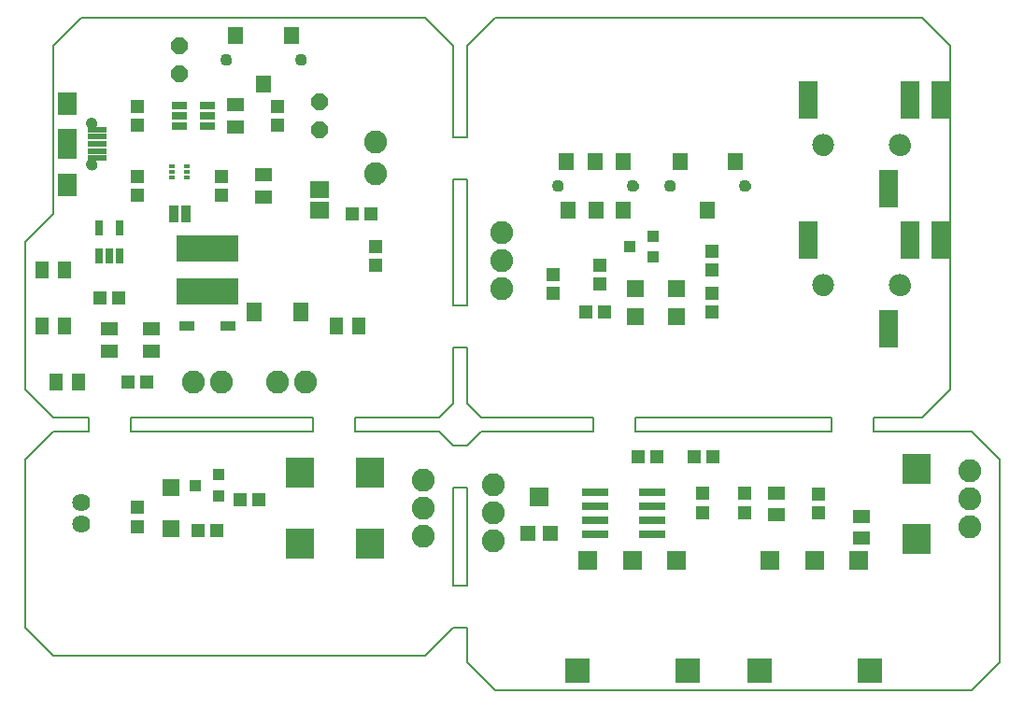
<source format=gts>
G75*
%MOIN*%
%OFA0B0*%
%FSLAX25Y25*%
%IPPOS*%
%LPD*%
%AMOC8*
5,1,8,0,0,1.08239X$1,22.5*
%
%ADD10C,0.00600*%
%ADD11C,0.08200*%
%ADD12R,0.10249X0.11036*%
%ADD13R,0.06312X0.05131*%
%ADD14R,0.06312X0.06312*%
%ADD15R,0.05524X0.03556*%
%ADD16R,0.09461X0.03162*%
%ADD17OC8,0.06000*%
%ADD18C,0.06400*%
%ADD19R,0.05524X0.06312*%
%ADD20C,0.00000*%
%ADD21C,0.04343*%
%ADD22R,0.04343X0.03950*%
%ADD23R,0.05131X0.04737*%
%ADD24R,0.04737X0.05131*%
%ADD25R,0.06706X0.05918*%
%ADD26R,0.06706X0.07099*%
%ADD27R,0.05524X0.05524*%
%ADD28R,0.06800X0.13300*%
%ADD29C,0.07800*%
%ADD30R,0.06737X0.06737*%
%ADD31R,0.09068X0.09068*%
%ADD32R,0.05800X0.06587*%
%ADD33R,0.22454X0.09265*%
%ADD34R,0.06509X0.02375*%
%ADD35C,0.04146*%
%ADD36R,0.06693X0.07874*%
%ADD37R,0.06693X0.10630*%
%ADD38R,0.05524X0.02965*%
%ADD39R,0.03556X0.01981*%
%ADD40R,0.01969X0.01378*%
%ADD41R,0.05131X0.06312*%
%ADD42R,0.02965X0.05524*%
D10*
X0018800Y0024459D02*
X0008800Y0034459D01*
X0008800Y0094459D01*
X0018800Y0104459D01*
X0031300Y0104459D01*
X0031300Y0109459D01*
X0018800Y0109459D01*
X0008800Y0119459D01*
X0008800Y0171959D01*
X0018800Y0181959D01*
X0018800Y0241959D01*
X0028800Y0251959D01*
X0151300Y0251959D01*
X0161300Y0241959D01*
X0161300Y0209459D01*
X0166300Y0209459D01*
X0166300Y0241959D01*
X0176300Y0251959D01*
X0328800Y0251959D01*
X0338800Y0241959D01*
X0338800Y0119459D01*
X0328800Y0109459D01*
X0311300Y0109459D01*
X0311300Y0104459D01*
X0346300Y0104459D01*
X0356300Y0094459D01*
X0356300Y0021959D01*
X0346300Y0011959D01*
X0176300Y0011959D01*
X0166300Y0021959D01*
X0166300Y0034459D01*
X0161300Y0034459D01*
X0151300Y0024459D01*
X0018800Y0024459D01*
X0046300Y0104459D02*
X0111300Y0104459D01*
X0111300Y0109459D01*
X0046300Y0109459D01*
X0046300Y0104459D01*
X0126300Y0104459D02*
X0156300Y0104459D01*
X0161300Y0099459D01*
X0166300Y0099459D01*
X0171300Y0104459D01*
X0211300Y0104459D01*
X0211300Y0109459D01*
X0171300Y0109459D01*
X0166300Y0114459D01*
X0166300Y0134459D01*
X0161300Y0134459D01*
X0161300Y0114459D01*
X0156300Y0109459D01*
X0126300Y0109459D01*
X0126300Y0104459D01*
X0161300Y0084459D02*
X0161300Y0049459D01*
X0166300Y0049459D01*
X0166300Y0084459D01*
X0161300Y0084459D01*
X0226300Y0104459D02*
X0296300Y0104459D01*
X0296300Y0109459D01*
X0226300Y0109459D01*
X0226300Y0104459D01*
X0166300Y0149459D02*
X0161300Y0149459D01*
X0161300Y0194459D01*
X0166300Y0194459D01*
X0166300Y0149459D01*
D11*
X0178800Y0155384D03*
X0178800Y0165384D03*
X0178800Y0175384D03*
X0133800Y0196259D03*
X0133800Y0207659D03*
X0108800Y0121959D03*
X0098800Y0121959D03*
X0078800Y0121959D03*
X0068800Y0121959D03*
X0150650Y0086959D03*
X0150650Y0076959D03*
X0150650Y0066959D03*
X0175650Y0065384D03*
X0175650Y0075384D03*
X0175650Y0085384D03*
X0345650Y0090384D03*
X0345650Y0080384D03*
X0345650Y0070384D03*
D12*
X0326950Y0065935D03*
X0326950Y0091132D03*
X0131950Y0089557D03*
X0106950Y0089557D03*
X0106950Y0064360D03*
X0131950Y0064360D03*
D13*
X0053800Y0133022D03*
X0053800Y0140896D03*
X0038800Y0140896D03*
X0038800Y0133022D03*
X0093800Y0188022D03*
X0093800Y0195896D03*
X0083800Y0213022D03*
X0083800Y0220896D03*
X0276950Y0082470D03*
X0276950Y0074596D03*
X0307225Y0074045D03*
X0307225Y0066171D03*
D14*
X0241280Y0145384D03*
X0241280Y0155384D03*
X0226320Y0155384D03*
X0226320Y0145384D03*
X0060650Y0084439D03*
X0060650Y0069478D03*
D15*
X0066517Y0141959D03*
X0081083Y0141959D03*
D16*
X0211989Y0082608D03*
X0211989Y0077608D03*
X0211989Y0072608D03*
X0211989Y0067608D03*
X0232461Y0067608D03*
X0232461Y0072608D03*
X0232461Y0077608D03*
X0232461Y0082608D03*
D17*
X0113800Y0211959D03*
X0113800Y0221959D03*
X0063800Y0231959D03*
X0063800Y0241959D03*
D18*
X0028800Y0079045D03*
X0028800Y0071171D03*
D19*
X0202383Y0183297D03*
X0212422Y0183415D03*
X0222068Y0183297D03*
X0222107Y0200620D03*
X0212225Y0200620D03*
X0201871Y0200620D03*
X0242383Y0200620D03*
X0262068Y0200620D03*
X0252225Y0183297D03*
X0103643Y0245620D03*
X0083957Y0245620D03*
X0093800Y0228297D03*
D20*
X0078642Y0236959D02*
X0078644Y0237043D01*
X0078650Y0237126D01*
X0078660Y0237209D01*
X0078674Y0237292D01*
X0078691Y0237374D01*
X0078713Y0237455D01*
X0078738Y0237534D01*
X0078767Y0237613D01*
X0078800Y0237690D01*
X0078836Y0237765D01*
X0078876Y0237839D01*
X0078919Y0237911D01*
X0078966Y0237980D01*
X0079016Y0238047D01*
X0079069Y0238112D01*
X0079125Y0238174D01*
X0079183Y0238234D01*
X0079245Y0238291D01*
X0079309Y0238344D01*
X0079376Y0238395D01*
X0079445Y0238442D01*
X0079516Y0238487D01*
X0079589Y0238527D01*
X0079664Y0238564D01*
X0079741Y0238598D01*
X0079819Y0238628D01*
X0079898Y0238654D01*
X0079979Y0238677D01*
X0080061Y0238695D01*
X0080143Y0238710D01*
X0080226Y0238721D01*
X0080309Y0238728D01*
X0080393Y0238731D01*
X0080477Y0238730D01*
X0080560Y0238725D01*
X0080644Y0238716D01*
X0080726Y0238703D01*
X0080808Y0238687D01*
X0080889Y0238666D01*
X0080970Y0238642D01*
X0081048Y0238614D01*
X0081126Y0238582D01*
X0081202Y0238546D01*
X0081276Y0238507D01*
X0081348Y0238465D01*
X0081418Y0238419D01*
X0081486Y0238370D01*
X0081551Y0238318D01*
X0081614Y0238263D01*
X0081674Y0238205D01*
X0081732Y0238144D01*
X0081786Y0238080D01*
X0081838Y0238014D01*
X0081886Y0237946D01*
X0081931Y0237875D01*
X0081972Y0237802D01*
X0082011Y0237728D01*
X0082045Y0237652D01*
X0082076Y0237574D01*
X0082103Y0237495D01*
X0082127Y0237414D01*
X0082146Y0237333D01*
X0082162Y0237251D01*
X0082174Y0237168D01*
X0082182Y0237084D01*
X0082186Y0237001D01*
X0082186Y0236917D01*
X0082182Y0236834D01*
X0082174Y0236750D01*
X0082162Y0236667D01*
X0082146Y0236585D01*
X0082127Y0236504D01*
X0082103Y0236423D01*
X0082076Y0236344D01*
X0082045Y0236266D01*
X0082011Y0236190D01*
X0081972Y0236116D01*
X0081931Y0236043D01*
X0081886Y0235972D01*
X0081838Y0235904D01*
X0081786Y0235838D01*
X0081732Y0235774D01*
X0081674Y0235713D01*
X0081614Y0235655D01*
X0081551Y0235600D01*
X0081486Y0235548D01*
X0081418Y0235499D01*
X0081348Y0235453D01*
X0081276Y0235411D01*
X0081202Y0235372D01*
X0081126Y0235336D01*
X0081048Y0235304D01*
X0080970Y0235276D01*
X0080889Y0235252D01*
X0080808Y0235231D01*
X0080726Y0235215D01*
X0080644Y0235202D01*
X0080560Y0235193D01*
X0080477Y0235188D01*
X0080393Y0235187D01*
X0080309Y0235190D01*
X0080226Y0235197D01*
X0080143Y0235208D01*
X0080061Y0235223D01*
X0079979Y0235241D01*
X0079898Y0235264D01*
X0079819Y0235290D01*
X0079741Y0235320D01*
X0079664Y0235354D01*
X0079589Y0235391D01*
X0079516Y0235431D01*
X0079445Y0235476D01*
X0079376Y0235523D01*
X0079309Y0235574D01*
X0079245Y0235627D01*
X0079183Y0235684D01*
X0079125Y0235744D01*
X0079069Y0235806D01*
X0079016Y0235871D01*
X0078966Y0235938D01*
X0078919Y0236007D01*
X0078876Y0236079D01*
X0078836Y0236153D01*
X0078800Y0236228D01*
X0078767Y0236305D01*
X0078738Y0236384D01*
X0078713Y0236463D01*
X0078691Y0236544D01*
X0078674Y0236626D01*
X0078660Y0236709D01*
X0078650Y0236792D01*
X0078644Y0236875D01*
X0078642Y0236959D01*
X0105414Y0236959D02*
X0105416Y0237043D01*
X0105422Y0237126D01*
X0105432Y0237209D01*
X0105446Y0237292D01*
X0105463Y0237374D01*
X0105485Y0237455D01*
X0105510Y0237534D01*
X0105539Y0237613D01*
X0105572Y0237690D01*
X0105608Y0237765D01*
X0105648Y0237839D01*
X0105691Y0237911D01*
X0105738Y0237980D01*
X0105788Y0238047D01*
X0105841Y0238112D01*
X0105897Y0238174D01*
X0105955Y0238234D01*
X0106017Y0238291D01*
X0106081Y0238344D01*
X0106148Y0238395D01*
X0106217Y0238442D01*
X0106288Y0238487D01*
X0106361Y0238527D01*
X0106436Y0238564D01*
X0106513Y0238598D01*
X0106591Y0238628D01*
X0106670Y0238654D01*
X0106751Y0238677D01*
X0106833Y0238695D01*
X0106915Y0238710D01*
X0106998Y0238721D01*
X0107081Y0238728D01*
X0107165Y0238731D01*
X0107249Y0238730D01*
X0107332Y0238725D01*
X0107416Y0238716D01*
X0107498Y0238703D01*
X0107580Y0238687D01*
X0107661Y0238666D01*
X0107742Y0238642D01*
X0107820Y0238614D01*
X0107898Y0238582D01*
X0107974Y0238546D01*
X0108048Y0238507D01*
X0108120Y0238465D01*
X0108190Y0238419D01*
X0108258Y0238370D01*
X0108323Y0238318D01*
X0108386Y0238263D01*
X0108446Y0238205D01*
X0108504Y0238144D01*
X0108558Y0238080D01*
X0108610Y0238014D01*
X0108658Y0237946D01*
X0108703Y0237875D01*
X0108744Y0237802D01*
X0108783Y0237728D01*
X0108817Y0237652D01*
X0108848Y0237574D01*
X0108875Y0237495D01*
X0108899Y0237414D01*
X0108918Y0237333D01*
X0108934Y0237251D01*
X0108946Y0237168D01*
X0108954Y0237084D01*
X0108958Y0237001D01*
X0108958Y0236917D01*
X0108954Y0236834D01*
X0108946Y0236750D01*
X0108934Y0236667D01*
X0108918Y0236585D01*
X0108899Y0236504D01*
X0108875Y0236423D01*
X0108848Y0236344D01*
X0108817Y0236266D01*
X0108783Y0236190D01*
X0108744Y0236116D01*
X0108703Y0236043D01*
X0108658Y0235972D01*
X0108610Y0235904D01*
X0108558Y0235838D01*
X0108504Y0235774D01*
X0108446Y0235713D01*
X0108386Y0235655D01*
X0108323Y0235600D01*
X0108258Y0235548D01*
X0108190Y0235499D01*
X0108120Y0235453D01*
X0108048Y0235411D01*
X0107974Y0235372D01*
X0107898Y0235336D01*
X0107820Y0235304D01*
X0107742Y0235276D01*
X0107661Y0235252D01*
X0107580Y0235231D01*
X0107498Y0235215D01*
X0107416Y0235202D01*
X0107332Y0235193D01*
X0107249Y0235188D01*
X0107165Y0235187D01*
X0107081Y0235190D01*
X0106998Y0235197D01*
X0106915Y0235208D01*
X0106833Y0235223D01*
X0106751Y0235241D01*
X0106670Y0235264D01*
X0106591Y0235290D01*
X0106513Y0235320D01*
X0106436Y0235354D01*
X0106361Y0235391D01*
X0106288Y0235431D01*
X0106217Y0235476D01*
X0106148Y0235523D01*
X0106081Y0235574D01*
X0106017Y0235627D01*
X0105955Y0235684D01*
X0105897Y0235744D01*
X0105841Y0235806D01*
X0105788Y0235871D01*
X0105738Y0235938D01*
X0105691Y0236007D01*
X0105648Y0236079D01*
X0105608Y0236153D01*
X0105572Y0236228D01*
X0105539Y0236305D01*
X0105510Y0236384D01*
X0105485Y0236463D01*
X0105463Y0236544D01*
X0105446Y0236626D01*
X0105432Y0236709D01*
X0105422Y0236792D01*
X0105416Y0236875D01*
X0105414Y0236959D01*
X0030788Y0214439D02*
X0030790Y0214520D01*
X0030796Y0214602D01*
X0030806Y0214683D01*
X0030820Y0214763D01*
X0030837Y0214842D01*
X0030859Y0214921D01*
X0030884Y0214998D01*
X0030913Y0215075D01*
X0030946Y0215149D01*
X0030983Y0215222D01*
X0031022Y0215293D01*
X0031066Y0215362D01*
X0031112Y0215429D01*
X0031162Y0215493D01*
X0031215Y0215555D01*
X0031271Y0215615D01*
X0031329Y0215671D01*
X0031391Y0215725D01*
X0031455Y0215776D01*
X0031521Y0215823D01*
X0031589Y0215867D01*
X0031660Y0215908D01*
X0031732Y0215945D01*
X0031807Y0215979D01*
X0031882Y0216009D01*
X0031960Y0216035D01*
X0032038Y0216058D01*
X0032117Y0216076D01*
X0032197Y0216091D01*
X0032278Y0216102D01*
X0032359Y0216109D01*
X0032441Y0216112D01*
X0032522Y0216111D01*
X0032603Y0216106D01*
X0032684Y0216097D01*
X0032765Y0216084D01*
X0032845Y0216067D01*
X0032923Y0216047D01*
X0033001Y0216022D01*
X0033078Y0215994D01*
X0033153Y0215962D01*
X0033226Y0215927D01*
X0033297Y0215888D01*
X0033367Y0215845D01*
X0033434Y0215800D01*
X0033500Y0215751D01*
X0033562Y0215699D01*
X0033622Y0215643D01*
X0033679Y0215585D01*
X0033734Y0215525D01*
X0033785Y0215461D01*
X0033833Y0215396D01*
X0033878Y0215328D01*
X0033920Y0215258D01*
X0033958Y0215186D01*
X0033993Y0215112D01*
X0034024Y0215037D01*
X0034051Y0214960D01*
X0034074Y0214882D01*
X0034094Y0214803D01*
X0034110Y0214723D01*
X0034122Y0214642D01*
X0034130Y0214561D01*
X0034134Y0214480D01*
X0034134Y0214398D01*
X0034130Y0214317D01*
X0034122Y0214236D01*
X0034110Y0214155D01*
X0034094Y0214075D01*
X0034074Y0213996D01*
X0034051Y0213918D01*
X0034024Y0213841D01*
X0033993Y0213766D01*
X0033958Y0213692D01*
X0033920Y0213620D01*
X0033878Y0213550D01*
X0033833Y0213482D01*
X0033785Y0213417D01*
X0033734Y0213353D01*
X0033679Y0213293D01*
X0033622Y0213235D01*
X0033562Y0213179D01*
X0033500Y0213127D01*
X0033434Y0213078D01*
X0033367Y0213033D01*
X0033298Y0212990D01*
X0033226Y0212951D01*
X0033153Y0212916D01*
X0033078Y0212884D01*
X0033001Y0212856D01*
X0032923Y0212831D01*
X0032845Y0212811D01*
X0032765Y0212794D01*
X0032684Y0212781D01*
X0032603Y0212772D01*
X0032522Y0212767D01*
X0032441Y0212766D01*
X0032359Y0212769D01*
X0032278Y0212776D01*
X0032197Y0212787D01*
X0032117Y0212802D01*
X0032038Y0212820D01*
X0031960Y0212843D01*
X0031882Y0212869D01*
X0031807Y0212899D01*
X0031732Y0212933D01*
X0031660Y0212970D01*
X0031589Y0213011D01*
X0031521Y0213055D01*
X0031455Y0213102D01*
X0031391Y0213153D01*
X0031329Y0213207D01*
X0031271Y0213263D01*
X0031215Y0213323D01*
X0031162Y0213385D01*
X0031112Y0213449D01*
X0031066Y0213516D01*
X0031022Y0213585D01*
X0030983Y0213656D01*
X0030946Y0213729D01*
X0030913Y0213803D01*
X0030884Y0213880D01*
X0030859Y0213957D01*
X0030837Y0214036D01*
X0030820Y0214115D01*
X0030806Y0214195D01*
X0030796Y0214276D01*
X0030790Y0214358D01*
X0030788Y0214439D01*
X0030788Y0199478D02*
X0030790Y0199559D01*
X0030796Y0199641D01*
X0030806Y0199722D01*
X0030820Y0199802D01*
X0030837Y0199881D01*
X0030859Y0199960D01*
X0030884Y0200037D01*
X0030913Y0200114D01*
X0030946Y0200188D01*
X0030983Y0200261D01*
X0031022Y0200332D01*
X0031066Y0200401D01*
X0031112Y0200468D01*
X0031162Y0200532D01*
X0031215Y0200594D01*
X0031271Y0200654D01*
X0031329Y0200710D01*
X0031391Y0200764D01*
X0031455Y0200815D01*
X0031521Y0200862D01*
X0031589Y0200906D01*
X0031660Y0200947D01*
X0031732Y0200984D01*
X0031807Y0201018D01*
X0031882Y0201048D01*
X0031960Y0201074D01*
X0032038Y0201097D01*
X0032117Y0201115D01*
X0032197Y0201130D01*
X0032278Y0201141D01*
X0032359Y0201148D01*
X0032441Y0201151D01*
X0032522Y0201150D01*
X0032603Y0201145D01*
X0032684Y0201136D01*
X0032765Y0201123D01*
X0032845Y0201106D01*
X0032923Y0201086D01*
X0033001Y0201061D01*
X0033078Y0201033D01*
X0033153Y0201001D01*
X0033226Y0200966D01*
X0033297Y0200927D01*
X0033367Y0200884D01*
X0033434Y0200839D01*
X0033500Y0200790D01*
X0033562Y0200738D01*
X0033622Y0200682D01*
X0033679Y0200624D01*
X0033734Y0200564D01*
X0033785Y0200500D01*
X0033833Y0200435D01*
X0033878Y0200367D01*
X0033920Y0200297D01*
X0033958Y0200225D01*
X0033993Y0200151D01*
X0034024Y0200076D01*
X0034051Y0199999D01*
X0034074Y0199921D01*
X0034094Y0199842D01*
X0034110Y0199762D01*
X0034122Y0199681D01*
X0034130Y0199600D01*
X0034134Y0199519D01*
X0034134Y0199437D01*
X0034130Y0199356D01*
X0034122Y0199275D01*
X0034110Y0199194D01*
X0034094Y0199114D01*
X0034074Y0199035D01*
X0034051Y0198957D01*
X0034024Y0198880D01*
X0033993Y0198805D01*
X0033958Y0198731D01*
X0033920Y0198659D01*
X0033878Y0198589D01*
X0033833Y0198521D01*
X0033785Y0198456D01*
X0033734Y0198392D01*
X0033679Y0198332D01*
X0033622Y0198274D01*
X0033562Y0198218D01*
X0033500Y0198166D01*
X0033434Y0198117D01*
X0033367Y0198072D01*
X0033298Y0198029D01*
X0033226Y0197990D01*
X0033153Y0197955D01*
X0033078Y0197923D01*
X0033001Y0197895D01*
X0032923Y0197870D01*
X0032845Y0197850D01*
X0032765Y0197833D01*
X0032684Y0197820D01*
X0032603Y0197811D01*
X0032522Y0197806D01*
X0032441Y0197805D01*
X0032359Y0197808D01*
X0032278Y0197815D01*
X0032197Y0197826D01*
X0032117Y0197841D01*
X0032038Y0197859D01*
X0031960Y0197882D01*
X0031882Y0197908D01*
X0031807Y0197938D01*
X0031732Y0197972D01*
X0031660Y0198009D01*
X0031589Y0198050D01*
X0031521Y0198094D01*
X0031455Y0198141D01*
X0031391Y0198192D01*
X0031329Y0198246D01*
X0031271Y0198302D01*
X0031215Y0198362D01*
X0031162Y0198424D01*
X0031112Y0198488D01*
X0031066Y0198555D01*
X0031022Y0198624D01*
X0030983Y0198695D01*
X0030946Y0198768D01*
X0030913Y0198842D01*
X0030884Y0198919D01*
X0030859Y0198996D01*
X0030837Y0199075D01*
X0030820Y0199154D01*
X0030806Y0199234D01*
X0030796Y0199315D01*
X0030790Y0199397D01*
X0030788Y0199478D01*
X0197067Y0191959D02*
X0197069Y0192043D01*
X0197075Y0192126D01*
X0197085Y0192209D01*
X0197099Y0192292D01*
X0197116Y0192374D01*
X0197138Y0192455D01*
X0197163Y0192534D01*
X0197192Y0192613D01*
X0197225Y0192690D01*
X0197261Y0192765D01*
X0197301Y0192839D01*
X0197344Y0192911D01*
X0197391Y0192980D01*
X0197441Y0193047D01*
X0197494Y0193112D01*
X0197550Y0193174D01*
X0197608Y0193234D01*
X0197670Y0193291D01*
X0197734Y0193344D01*
X0197801Y0193395D01*
X0197870Y0193442D01*
X0197941Y0193487D01*
X0198014Y0193527D01*
X0198089Y0193564D01*
X0198166Y0193598D01*
X0198244Y0193628D01*
X0198323Y0193654D01*
X0198404Y0193677D01*
X0198486Y0193695D01*
X0198568Y0193710D01*
X0198651Y0193721D01*
X0198734Y0193728D01*
X0198818Y0193731D01*
X0198902Y0193730D01*
X0198985Y0193725D01*
X0199069Y0193716D01*
X0199151Y0193703D01*
X0199233Y0193687D01*
X0199314Y0193666D01*
X0199395Y0193642D01*
X0199473Y0193614D01*
X0199551Y0193582D01*
X0199627Y0193546D01*
X0199701Y0193507D01*
X0199773Y0193465D01*
X0199843Y0193419D01*
X0199911Y0193370D01*
X0199976Y0193318D01*
X0200039Y0193263D01*
X0200099Y0193205D01*
X0200157Y0193144D01*
X0200211Y0193080D01*
X0200263Y0193014D01*
X0200311Y0192946D01*
X0200356Y0192875D01*
X0200397Y0192802D01*
X0200436Y0192728D01*
X0200470Y0192652D01*
X0200501Y0192574D01*
X0200528Y0192495D01*
X0200552Y0192414D01*
X0200571Y0192333D01*
X0200587Y0192251D01*
X0200599Y0192168D01*
X0200607Y0192084D01*
X0200611Y0192001D01*
X0200611Y0191917D01*
X0200607Y0191834D01*
X0200599Y0191750D01*
X0200587Y0191667D01*
X0200571Y0191585D01*
X0200552Y0191504D01*
X0200528Y0191423D01*
X0200501Y0191344D01*
X0200470Y0191266D01*
X0200436Y0191190D01*
X0200397Y0191116D01*
X0200356Y0191043D01*
X0200311Y0190972D01*
X0200263Y0190904D01*
X0200211Y0190838D01*
X0200157Y0190774D01*
X0200099Y0190713D01*
X0200039Y0190655D01*
X0199976Y0190600D01*
X0199911Y0190548D01*
X0199843Y0190499D01*
X0199773Y0190453D01*
X0199701Y0190411D01*
X0199627Y0190372D01*
X0199551Y0190336D01*
X0199473Y0190304D01*
X0199395Y0190276D01*
X0199314Y0190252D01*
X0199233Y0190231D01*
X0199151Y0190215D01*
X0199069Y0190202D01*
X0198985Y0190193D01*
X0198902Y0190188D01*
X0198818Y0190187D01*
X0198734Y0190190D01*
X0198651Y0190197D01*
X0198568Y0190208D01*
X0198486Y0190223D01*
X0198404Y0190241D01*
X0198323Y0190264D01*
X0198244Y0190290D01*
X0198166Y0190320D01*
X0198089Y0190354D01*
X0198014Y0190391D01*
X0197941Y0190431D01*
X0197870Y0190476D01*
X0197801Y0190523D01*
X0197734Y0190574D01*
X0197670Y0190627D01*
X0197608Y0190684D01*
X0197550Y0190744D01*
X0197494Y0190806D01*
X0197441Y0190871D01*
X0197391Y0190938D01*
X0197344Y0191007D01*
X0197301Y0191079D01*
X0197261Y0191153D01*
X0197225Y0191228D01*
X0197192Y0191305D01*
X0197163Y0191384D01*
X0197138Y0191463D01*
X0197116Y0191544D01*
X0197099Y0191626D01*
X0197085Y0191709D01*
X0197075Y0191792D01*
X0197069Y0191875D01*
X0197067Y0191959D01*
X0223839Y0191959D02*
X0223841Y0192043D01*
X0223847Y0192126D01*
X0223857Y0192209D01*
X0223871Y0192292D01*
X0223888Y0192374D01*
X0223910Y0192455D01*
X0223935Y0192534D01*
X0223964Y0192613D01*
X0223997Y0192690D01*
X0224033Y0192765D01*
X0224073Y0192839D01*
X0224116Y0192911D01*
X0224163Y0192980D01*
X0224213Y0193047D01*
X0224266Y0193112D01*
X0224322Y0193174D01*
X0224380Y0193234D01*
X0224442Y0193291D01*
X0224506Y0193344D01*
X0224573Y0193395D01*
X0224642Y0193442D01*
X0224713Y0193487D01*
X0224786Y0193527D01*
X0224861Y0193564D01*
X0224938Y0193598D01*
X0225016Y0193628D01*
X0225095Y0193654D01*
X0225176Y0193677D01*
X0225258Y0193695D01*
X0225340Y0193710D01*
X0225423Y0193721D01*
X0225506Y0193728D01*
X0225590Y0193731D01*
X0225674Y0193730D01*
X0225757Y0193725D01*
X0225841Y0193716D01*
X0225923Y0193703D01*
X0226005Y0193687D01*
X0226086Y0193666D01*
X0226167Y0193642D01*
X0226245Y0193614D01*
X0226323Y0193582D01*
X0226399Y0193546D01*
X0226473Y0193507D01*
X0226545Y0193465D01*
X0226615Y0193419D01*
X0226683Y0193370D01*
X0226748Y0193318D01*
X0226811Y0193263D01*
X0226871Y0193205D01*
X0226929Y0193144D01*
X0226983Y0193080D01*
X0227035Y0193014D01*
X0227083Y0192946D01*
X0227128Y0192875D01*
X0227169Y0192802D01*
X0227208Y0192728D01*
X0227242Y0192652D01*
X0227273Y0192574D01*
X0227300Y0192495D01*
X0227324Y0192414D01*
X0227343Y0192333D01*
X0227359Y0192251D01*
X0227371Y0192168D01*
X0227379Y0192084D01*
X0227383Y0192001D01*
X0227383Y0191917D01*
X0227379Y0191834D01*
X0227371Y0191750D01*
X0227359Y0191667D01*
X0227343Y0191585D01*
X0227324Y0191504D01*
X0227300Y0191423D01*
X0227273Y0191344D01*
X0227242Y0191266D01*
X0227208Y0191190D01*
X0227169Y0191116D01*
X0227128Y0191043D01*
X0227083Y0190972D01*
X0227035Y0190904D01*
X0226983Y0190838D01*
X0226929Y0190774D01*
X0226871Y0190713D01*
X0226811Y0190655D01*
X0226748Y0190600D01*
X0226683Y0190548D01*
X0226615Y0190499D01*
X0226545Y0190453D01*
X0226473Y0190411D01*
X0226399Y0190372D01*
X0226323Y0190336D01*
X0226245Y0190304D01*
X0226167Y0190276D01*
X0226086Y0190252D01*
X0226005Y0190231D01*
X0225923Y0190215D01*
X0225841Y0190202D01*
X0225757Y0190193D01*
X0225674Y0190188D01*
X0225590Y0190187D01*
X0225506Y0190190D01*
X0225423Y0190197D01*
X0225340Y0190208D01*
X0225258Y0190223D01*
X0225176Y0190241D01*
X0225095Y0190264D01*
X0225016Y0190290D01*
X0224938Y0190320D01*
X0224861Y0190354D01*
X0224786Y0190391D01*
X0224713Y0190431D01*
X0224642Y0190476D01*
X0224573Y0190523D01*
X0224506Y0190574D01*
X0224442Y0190627D01*
X0224380Y0190684D01*
X0224322Y0190744D01*
X0224266Y0190806D01*
X0224213Y0190871D01*
X0224163Y0190938D01*
X0224116Y0191007D01*
X0224073Y0191079D01*
X0224033Y0191153D01*
X0223997Y0191228D01*
X0223964Y0191305D01*
X0223935Y0191384D01*
X0223910Y0191463D01*
X0223888Y0191544D01*
X0223871Y0191626D01*
X0223857Y0191709D01*
X0223847Y0191792D01*
X0223841Y0191875D01*
X0223839Y0191959D01*
X0237067Y0191959D02*
X0237069Y0192043D01*
X0237075Y0192126D01*
X0237085Y0192209D01*
X0237099Y0192292D01*
X0237116Y0192374D01*
X0237138Y0192455D01*
X0237163Y0192534D01*
X0237192Y0192613D01*
X0237225Y0192690D01*
X0237261Y0192765D01*
X0237301Y0192839D01*
X0237344Y0192911D01*
X0237391Y0192980D01*
X0237441Y0193047D01*
X0237494Y0193112D01*
X0237550Y0193174D01*
X0237608Y0193234D01*
X0237670Y0193291D01*
X0237734Y0193344D01*
X0237801Y0193395D01*
X0237870Y0193442D01*
X0237941Y0193487D01*
X0238014Y0193527D01*
X0238089Y0193564D01*
X0238166Y0193598D01*
X0238244Y0193628D01*
X0238323Y0193654D01*
X0238404Y0193677D01*
X0238486Y0193695D01*
X0238568Y0193710D01*
X0238651Y0193721D01*
X0238734Y0193728D01*
X0238818Y0193731D01*
X0238902Y0193730D01*
X0238985Y0193725D01*
X0239069Y0193716D01*
X0239151Y0193703D01*
X0239233Y0193687D01*
X0239314Y0193666D01*
X0239395Y0193642D01*
X0239473Y0193614D01*
X0239551Y0193582D01*
X0239627Y0193546D01*
X0239701Y0193507D01*
X0239773Y0193465D01*
X0239843Y0193419D01*
X0239911Y0193370D01*
X0239976Y0193318D01*
X0240039Y0193263D01*
X0240099Y0193205D01*
X0240157Y0193144D01*
X0240211Y0193080D01*
X0240263Y0193014D01*
X0240311Y0192946D01*
X0240356Y0192875D01*
X0240397Y0192802D01*
X0240436Y0192728D01*
X0240470Y0192652D01*
X0240501Y0192574D01*
X0240528Y0192495D01*
X0240552Y0192414D01*
X0240571Y0192333D01*
X0240587Y0192251D01*
X0240599Y0192168D01*
X0240607Y0192084D01*
X0240611Y0192001D01*
X0240611Y0191917D01*
X0240607Y0191834D01*
X0240599Y0191750D01*
X0240587Y0191667D01*
X0240571Y0191585D01*
X0240552Y0191504D01*
X0240528Y0191423D01*
X0240501Y0191344D01*
X0240470Y0191266D01*
X0240436Y0191190D01*
X0240397Y0191116D01*
X0240356Y0191043D01*
X0240311Y0190972D01*
X0240263Y0190904D01*
X0240211Y0190838D01*
X0240157Y0190774D01*
X0240099Y0190713D01*
X0240039Y0190655D01*
X0239976Y0190600D01*
X0239911Y0190548D01*
X0239843Y0190499D01*
X0239773Y0190453D01*
X0239701Y0190411D01*
X0239627Y0190372D01*
X0239551Y0190336D01*
X0239473Y0190304D01*
X0239395Y0190276D01*
X0239314Y0190252D01*
X0239233Y0190231D01*
X0239151Y0190215D01*
X0239069Y0190202D01*
X0238985Y0190193D01*
X0238902Y0190188D01*
X0238818Y0190187D01*
X0238734Y0190190D01*
X0238651Y0190197D01*
X0238568Y0190208D01*
X0238486Y0190223D01*
X0238404Y0190241D01*
X0238323Y0190264D01*
X0238244Y0190290D01*
X0238166Y0190320D01*
X0238089Y0190354D01*
X0238014Y0190391D01*
X0237941Y0190431D01*
X0237870Y0190476D01*
X0237801Y0190523D01*
X0237734Y0190574D01*
X0237670Y0190627D01*
X0237608Y0190684D01*
X0237550Y0190744D01*
X0237494Y0190806D01*
X0237441Y0190871D01*
X0237391Y0190938D01*
X0237344Y0191007D01*
X0237301Y0191079D01*
X0237261Y0191153D01*
X0237225Y0191228D01*
X0237192Y0191305D01*
X0237163Y0191384D01*
X0237138Y0191463D01*
X0237116Y0191544D01*
X0237099Y0191626D01*
X0237085Y0191709D01*
X0237075Y0191792D01*
X0237069Y0191875D01*
X0237067Y0191959D01*
X0263839Y0191959D02*
X0263841Y0192043D01*
X0263847Y0192126D01*
X0263857Y0192209D01*
X0263871Y0192292D01*
X0263888Y0192374D01*
X0263910Y0192455D01*
X0263935Y0192534D01*
X0263964Y0192613D01*
X0263997Y0192690D01*
X0264033Y0192765D01*
X0264073Y0192839D01*
X0264116Y0192911D01*
X0264163Y0192980D01*
X0264213Y0193047D01*
X0264266Y0193112D01*
X0264322Y0193174D01*
X0264380Y0193234D01*
X0264442Y0193291D01*
X0264506Y0193344D01*
X0264573Y0193395D01*
X0264642Y0193442D01*
X0264713Y0193487D01*
X0264786Y0193527D01*
X0264861Y0193564D01*
X0264938Y0193598D01*
X0265016Y0193628D01*
X0265095Y0193654D01*
X0265176Y0193677D01*
X0265258Y0193695D01*
X0265340Y0193710D01*
X0265423Y0193721D01*
X0265506Y0193728D01*
X0265590Y0193731D01*
X0265674Y0193730D01*
X0265757Y0193725D01*
X0265841Y0193716D01*
X0265923Y0193703D01*
X0266005Y0193687D01*
X0266086Y0193666D01*
X0266167Y0193642D01*
X0266245Y0193614D01*
X0266323Y0193582D01*
X0266399Y0193546D01*
X0266473Y0193507D01*
X0266545Y0193465D01*
X0266615Y0193419D01*
X0266683Y0193370D01*
X0266748Y0193318D01*
X0266811Y0193263D01*
X0266871Y0193205D01*
X0266929Y0193144D01*
X0266983Y0193080D01*
X0267035Y0193014D01*
X0267083Y0192946D01*
X0267128Y0192875D01*
X0267169Y0192802D01*
X0267208Y0192728D01*
X0267242Y0192652D01*
X0267273Y0192574D01*
X0267300Y0192495D01*
X0267324Y0192414D01*
X0267343Y0192333D01*
X0267359Y0192251D01*
X0267371Y0192168D01*
X0267379Y0192084D01*
X0267383Y0192001D01*
X0267383Y0191917D01*
X0267379Y0191834D01*
X0267371Y0191750D01*
X0267359Y0191667D01*
X0267343Y0191585D01*
X0267324Y0191504D01*
X0267300Y0191423D01*
X0267273Y0191344D01*
X0267242Y0191266D01*
X0267208Y0191190D01*
X0267169Y0191116D01*
X0267128Y0191043D01*
X0267083Y0190972D01*
X0267035Y0190904D01*
X0266983Y0190838D01*
X0266929Y0190774D01*
X0266871Y0190713D01*
X0266811Y0190655D01*
X0266748Y0190600D01*
X0266683Y0190548D01*
X0266615Y0190499D01*
X0266545Y0190453D01*
X0266473Y0190411D01*
X0266399Y0190372D01*
X0266323Y0190336D01*
X0266245Y0190304D01*
X0266167Y0190276D01*
X0266086Y0190252D01*
X0266005Y0190231D01*
X0265923Y0190215D01*
X0265841Y0190202D01*
X0265757Y0190193D01*
X0265674Y0190188D01*
X0265590Y0190187D01*
X0265506Y0190190D01*
X0265423Y0190197D01*
X0265340Y0190208D01*
X0265258Y0190223D01*
X0265176Y0190241D01*
X0265095Y0190264D01*
X0265016Y0190290D01*
X0264938Y0190320D01*
X0264861Y0190354D01*
X0264786Y0190391D01*
X0264713Y0190431D01*
X0264642Y0190476D01*
X0264573Y0190523D01*
X0264506Y0190574D01*
X0264442Y0190627D01*
X0264380Y0190684D01*
X0264322Y0190744D01*
X0264266Y0190806D01*
X0264213Y0190871D01*
X0264163Y0190938D01*
X0264116Y0191007D01*
X0264073Y0191079D01*
X0264033Y0191153D01*
X0263997Y0191228D01*
X0263964Y0191305D01*
X0263935Y0191384D01*
X0263910Y0191463D01*
X0263888Y0191544D01*
X0263871Y0191626D01*
X0263857Y0191709D01*
X0263847Y0191792D01*
X0263841Y0191875D01*
X0263839Y0191959D01*
X0289867Y0206486D02*
X0289869Y0206604D01*
X0289875Y0206722D01*
X0289885Y0206840D01*
X0289899Y0206957D01*
X0289917Y0207074D01*
X0289939Y0207191D01*
X0289964Y0207306D01*
X0289994Y0207420D01*
X0290028Y0207534D01*
X0290065Y0207646D01*
X0290106Y0207757D01*
X0290151Y0207866D01*
X0290199Y0207974D01*
X0290251Y0208080D01*
X0290307Y0208185D01*
X0290366Y0208287D01*
X0290428Y0208387D01*
X0290494Y0208485D01*
X0290563Y0208581D01*
X0290636Y0208675D01*
X0290711Y0208766D01*
X0290790Y0208854D01*
X0290871Y0208940D01*
X0290956Y0209023D01*
X0291043Y0209103D01*
X0291132Y0209180D01*
X0291225Y0209254D01*
X0291319Y0209324D01*
X0291416Y0209392D01*
X0291516Y0209456D01*
X0291617Y0209517D01*
X0291720Y0209574D01*
X0291826Y0209628D01*
X0291933Y0209679D01*
X0292041Y0209725D01*
X0292151Y0209768D01*
X0292263Y0209807D01*
X0292376Y0209843D01*
X0292490Y0209874D01*
X0292605Y0209902D01*
X0292720Y0209926D01*
X0292837Y0209946D01*
X0292954Y0209962D01*
X0293072Y0209974D01*
X0293190Y0209982D01*
X0293308Y0209986D01*
X0293426Y0209986D01*
X0293544Y0209982D01*
X0293662Y0209974D01*
X0293780Y0209962D01*
X0293897Y0209946D01*
X0294014Y0209926D01*
X0294129Y0209902D01*
X0294244Y0209874D01*
X0294358Y0209843D01*
X0294471Y0209807D01*
X0294583Y0209768D01*
X0294693Y0209725D01*
X0294801Y0209679D01*
X0294908Y0209628D01*
X0295014Y0209574D01*
X0295117Y0209517D01*
X0295218Y0209456D01*
X0295318Y0209392D01*
X0295415Y0209324D01*
X0295509Y0209254D01*
X0295602Y0209180D01*
X0295691Y0209103D01*
X0295778Y0209023D01*
X0295863Y0208940D01*
X0295944Y0208854D01*
X0296023Y0208766D01*
X0296098Y0208675D01*
X0296171Y0208581D01*
X0296240Y0208485D01*
X0296306Y0208387D01*
X0296368Y0208287D01*
X0296427Y0208185D01*
X0296483Y0208080D01*
X0296535Y0207974D01*
X0296583Y0207866D01*
X0296628Y0207757D01*
X0296669Y0207646D01*
X0296706Y0207534D01*
X0296740Y0207420D01*
X0296770Y0207306D01*
X0296795Y0207191D01*
X0296817Y0207074D01*
X0296835Y0206957D01*
X0296849Y0206840D01*
X0296859Y0206722D01*
X0296865Y0206604D01*
X0296867Y0206486D01*
X0296865Y0206368D01*
X0296859Y0206250D01*
X0296849Y0206132D01*
X0296835Y0206015D01*
X0296817Y0205898D01*
X0296795Y0205781D01*
X0296770Y0205666D01*
X0296740Y0205552D01*
X0296706Y0205438D01*
X0296669Y0205326D01*
X0296628Y0205215D01*
X0296583Y0205106D01*
X0296535Y0204998D01*
X0296483Y0204892D01*
X0296427Y0204787D01*
X0296368Y0204685D01*
X0296306Y0204585D01*
X0296240Y0204487D01*
X0296171Y0204391D01*
X0296098Y0204297D01*
X0296023Y0204206D01*
X0295944Y0204118D01*
X0295863Y0204032D01*
X0295778Y0203949D01*
X0295691Y0203869D01*
X0295602Y0203792D01*
X0295509Y0203718D01*
X0295415Y0203648D01*
X0295318Y0203580D01*
X0295218Y0203516D01*
X0295117Y0203455D01*
X0295014Y0203398D01*
X0294908Y0203344D01*
X0294801Y0203293D01*
X0294693Y0203247D01*
X0294583Y0203204D01*
X0294471Y0203165D01*
X0294358Y0203129D01*
X0294244Y0203098D01*
X0294129Y0203070D01*
X0294014Y0203046D01*
X0293897Y0203026D01*
X0293780Y0203010D01*
X0293662Y0202998D01*
X0293544Y0202990D01*
X0293426Y0202986D01*
X0293308Y0202986D01*
X0293190Y0202990D01*
X0293072Y0202998D01*
X0292954Y0203010D01*
X0292837Y0203026D01*
X0292720Y0203046D01*
X0292605Y0203070D01*
X0292490Y0203098D01*
X0292376Y0203129D01*
X0292263Y0203165D01*
X0292151Y0203204D01*
X0292041Y0203247D01*
X0291933Y0203293D01*
X0291826Y0203344D01*
X0291720Y0203398D01*
X0291617Y0203455D01*
X0291516Y0203516D01*
X0291416Y0203580D01*
X0291319Y0203648D01*
X0291225Y0203718D01*
X0291132Y0203792D01*
X0291043Y0203869D01*
X0290956Y0203949D01*
X0290871Y0204032D01*
X0290790Y0204118D01*
X0290711Y0204206D01*
X0290636Y0204297D01*
X0290563Y0204391D01*
X0290494Y0204487D01*
X0290428Y0204585D01*
X0290366Y0204685D01*
X0290307Y0204787D01*
X0290251Y0204892D01*
X0290199Y0204998D01*
X0290151Y0205106D01*
X0290106Y0205215D01*
X0290065Y0205326D01*
X0290028Y0205438D01*
X0289994Y0205552D01*
X0289964Y0205666D01*
X0289939Y0205781D01*
X0289917Y0205898D01*
X0289899Y0206015D01*
X0289885Y0206132D01*
X0289875Y0206250D01*
X0289869Y0206368D01*
X0289867Y0206486D01*
X0317426Y0206486D02*
X0317428Y0206604D01*
X0317434Y0206722D01*
X0317444Y0206840D01*
X0317458Y0206957D01*
X0317476Y0207074D01*
X0317498Y0207191D01*
X0317523Y0207306D01*
X0317553Y0207420D01*
X0317587Y0207534D01*
X0317624Y0207646D01*
X0317665Y0207757D01*
X0317710Y0207866D01*
X0317758Y0207974D01*
X0317810Y0208080D01*
X0317866Y0208185D01*
X0317925Y0208287D01*
X0317987Y0208387D01*
X0318053Y0208485D01*
X0318122Y0208581D01*
X0318195Y0208675D01*
X0318270Y0208766D01*
X0318349Y0208854D01*
X0318430Y0208940D01*
X0318515Y0209023D01*
X0318602Y0209103D01*
X0318691Y0209180D01*
X0318784Y0209254D01*
X0318878Y0209324D01*
X0318975Y0209392D01*
X0319075Y0209456D01*
X0319176Y0209517D01*
X0319279Y0209574D01*
X0319385Y0209628D01*
X0319492Y0209679D01*
X0319600Y0209725D01*
X0319710Y0209768D01*
X0319822Y0209807D01*
X0319935Y0209843D01*
X0320049Y0209874D01*
X0320164Y0209902D01*
X0320279Y0209926D01*
X0320396Y0209946D01*
X0320513Y0209962D01*
X0320631Y0209974D01*
X0320749Y0209982D01*
X0320867Y0209986D01*
X0320985Y0209986D01*
X0321103Y0209982D01*
X0321221Y0209974D01*
X0321339Y0209962D01*
X0321456Y0209946D01*
X0321573Y0209926D01*
X0321688Y0209902D01*
X0321803Y0209874D01*
X0321917Y0209843D01*
X0322030Y0209807D01*
X0322142Y0209768D01*
X0322252Y0209725D01*
X0322360Y0209679D01*
X0322467Y0209628D01*
X0322573Y0209574D01*
X0322676Y0209517D01*
X0322777Y0209456D01*
X0322877Y0209392D01*
X0322974Y0209324D01*
X0323068Y0209254D01*
X0323161Y0209180D01*
X0323250Y0209103D01*
X0323337Y0209023D01*
X0323422Y0208940D01*
X0323503Y0208854D01*
X0323582Y0208766D01*
X0323657Y0208675D01*
X0323730Y0208581D01*
X0323799Y0208485D01*
X0323865Y0208387D01*
X0323927Y0208287D01*
X0323986Y0208185D01*
X0324042Y0208080D01*
X0324094Y0207974D01*
X0324142Y0207866D01*
X0324187Y0207757D01*
X0324228Y0207646D01*
X0324265Y0207534D01*
X0324299Y0207420D01*
X0324329Y0207306D01*
X0324354Y0207191D01*
X0324376Y0207074D01*
X0324394Y0206957D01*
X0324408Y0206840D01*
X0324418Y0206722D01*
X0324424Y0206604D01*
X0324426Y0206486D01*
X0324424Y0206368D01*
X0324418Y0206250D01*
X0324408Y0206132D01*
X0324394Y0206015D01*
X0324376Y0205898D01*
X0324354Y0205781D01*
X0324329Y0205666D01*
X0324299Y0205552D01*
X0324265Y0205438D01*
X0324228Y0205326D01*
X0324187Y0205215D01*
X0324142Y0205106D01*
X0324094Y0204998D01*
X0324042Y0204892D01*
X0323986Y0204787D01*
X0323927Y0204685D01*
X0323865Y0204585D01*
X0323799Y0204487D01*
X0323730Y0204391D01*
X0323657Y0204297D01*
X0323582Y0204206D01*
X0323503Y0204118D01*
X0323422Y0204032D01*
X0323337Y0203949D01*
X0323250Y0203869D01*
X0323161Y0203792D01*
X0323068Y0203718D01*
X0322974Y0203648D01*
X0322877Y0203580D01*
X0322777Y0203516D01*
X0322676Y0203455D01*
X0322573Y0203398D01*
X0322467Y0203344D01*
X0322360Y0203293D01*
X0322252Y0203247D01*
X0322142Y0203204D01*
X0322030Y0203165D01*
X0321917Y0203129D01*
X0321803Y0203098D01*
X0321688Y0203070D01*
X0321573Y0203046D01*
X0321456Y0203026D01*
X0321339Y0203010D01*
X0321221Y0202998D01*
X0321103Y0202990D01*
X0320985Y0202986D01*
X0320867Y0202986D01*
X0320749Y0202990D01*
X0320631Y0202998D01*
X0320513Y0203010D01*
X0320396Y0203026D01*
X0320279Y0203046D01*
X0320164Y0203070D01*
X0320049Y0203098D01*
X0319935Y0203129D01*
X0319822Y0203165D01*
X0319710Y0203204D01*
X0319600Y0203247D01*
X0319492Y0203293D01*
X0319385Y0203344D01*
X0319279Y0203398D01*
X0319176Y0203455D01*
X0319075Y0203516D01*
X0318975Y0203580D01*
X0318878Y0203648D01*
X0318784Y0203718D01*
X0318691Y0203792D01*
X0318602Y0203869D01*
X0318515Y0203949D01*
X0318430Y0204032D01*
X0318349Y0204118D01*
X0318270Y0204206D01*
X0318195Y0204297D01*
X0318122Y0204391D01*
X0318053Y0204487D01*
X0317987Y0204585D01*
X0317925Y0204685D01*
X0317866Y0204787D01*
X0317810Y0204892D01*
X0317758Y0204998D01*
X0317710Y0205106D01*
X0317665Y0205215D01*
X0317624Y0205326D01*
X0317587Y0205438D01*
X0317553Y0205552D01*
X0317523Y0205666D01*
X0317498Y0205781D01*
X0317476Y0205898D01*
X0317458Y0206015D01*
X0317444Y0206132D01*
X0317434Y0206250D01*
X0317428Y0206368D01*
X0317426Y0206486D01*
X0317426Y0156486D02*
X0317428Y0156604D01*
X0317434Y0156722D01*
X0317444Y0156840D01*
X0317458Y0156957D01*
X0317476Y0157074D01*
X0317498Y0157191D01*
X0317523Y0157306D01*
X0317553Y0157420D01*
X0317587Y0157534D01*
X0317624Y0157646D01*
X0317665Y0157757D01*
X0317710Y0157866D01*
X0317758Y0157974D01*
X0317810Y0158080D01*
X0317866Y0158185D01*
X0317925Y0158287D01*
X0317987Y0158387D01*
X0318053Y0158485D01*
X0318122Y0158581D01*
X0318195Y0158675D01*
X0318270Y0158766D01*
X0318349Y0158854D01*
X0318430Y0158940D01*
X0318515Y0159023D01*
X0318602Y0159103D01*
X0318691Y0159180D01*
X0318784Y0159254D01*
X0318878Y0159324D01*
X0318975Y0159392D01*
X0319075Y0159456D01*
X0319176Y0159517D01*
X0319279Y0159574D01*
X0319385Y0159628D01*
X0319492Y0159679D01*
X0319600Y0159725D01*
X0319710Y0159768D01*
X0319822Y0159807D01*
X0319935Y0159843D01*
X0320049Y0159874D01*
X0320164Y0159902D01*
X0320279Y0159926D01*
X0320396Y0159946D01*
X0320513Y0159962D01*
X0320631Y0159974D01*
X0320749Y0159982D01*
X0320867Y0159986D01*
X0320985Y0159986D01*
X0321103Y0159982D01*
X0321221Y0159974D01*
X0321339Y0159962D01*
X0321456Y0159946D01*
X0321573Y0159926D01*
X0321688Y0159902D01*
X0321803Y0159874D01*
X0321917Y0159843D01*
X0322030Y0159807D01*
X0322142Y0159768D01*
X0322252Y0159725D01*
X0322360Y0159679D01*
X0322467Y0159628D01*
X0322573Y0159574D01*
X0322676Y0159517D01*
X0322777Y0159456D01*
X0322877Y0159392D01*
X0322974Y0159324D01*
X0323068Y0159254D01*
X0323161Y0159180D01*
X0323250Y0159103D01*
X0323337Y0159023D01*
X0323422Y0158940D01*
X0323503Y0158854D01*
X0323582Y0158766D01*
X0323657Y0158675D01*
X0323730Y0158581D01*
X0323799Y0158485D01*
X0323865Y0158387D01*
X0323927Y0158287D01*
X0323986Y0158185D01*
X0324042Y0158080D01*
X0324094Y0157974D01*
X0324142Y0157866D01*
X0324187Y0157757D01*
X0324228Y0157646D01*
X0324265Y0157534D01*
X0324299Y0157420D01*
X0324329Y0157306D01*
X0324354Y0157191D01*
X0324376Y0157074D01*
X0324394Y0156957D01*
X0324408Y0156840D01*
X0324418Y0156722D01*
X0324424Y0156604D01*
X0324426Y0156486D01*
X0324424Y0156368D01*
X0324418Y0156250D01*
X0324408Y0156132D01*
X0324394Y0156015D01*
X0324376Y0155898D01*
X0324354Y0155781D01*
X0324329Y0155666D01*
X0324299Y0155552D01*
X0324265Y0155438D01*
X0324228Y0155326D01*
X0324187Y0155215D01*
X0324142Y0155106D01*
X0324094Y0154998D01*
X0324042Y0154892D01*
X0323986Y0154787D01*
X0323927Y0154685D01*
X0323865Y0154585D01*
X0323799Y0154487D01*
X0323730Y0154391D01*
X0323657Y0154297D01*
X0323582Y0154206D01*
X0323503Y0154118D01*
X0323422Y0154032D01*
X0323337Y0153949D01*
X0323250Y0153869D01*
X0323161Y0153792D01*
X0323068Y0153718D01*
X0322974Y0153648D01*
X0322877Y0153580D01*
X0322777Y0153516D01*
X0322676Y0153455D01*
X0322573Y0153398D01*
X0322467Y0153344D01*
X0322360Y0153293D01*
X0322252Y0153247D01*
X0322142Y0153204D01*
X0322030Y0153165D01*
X0321917Y0153129D01*
X0321803Y0153098D01*
X0321688Y0153070D01*
X0321573Y0153046D01*
X0321456Y0153026D01*
X0321339Y0153010D01*
X0321221Y0152998D01*
X0321103Y0152990D01*
X0320985Y0152986D01*
X0320867Y0152986D01*
X0320749Y0152990D01*
X0320631Y0152998D01*
X0320513Y0153010D01*
X0320396Y0153026D01*
X0320279Y0153046D01*
X0320164Y0153070D01*
X0320049Y0153098D01*
X0319935Y0153129D01*
X0319822Y0153165D01*
X0319710Y0153204D01*
X0319600Y0153247D01*
X0319492Y0153293D01*
X0319385Y0153344D01*
X0319279Y0153398D01*
X0319176Y0153455D01*
X0319075Y0153516D01*
X0318975Y0153580D01*
X0318878Y0153648D01*
X0318784Y0153718D01*
X0318691Y0153792D01*
X0318602Y0153869D01*
X0318515Y0153949D01*
X0318430Y0154032D01*
X0318349Y0154118D01*
X0318270Y0154206D01*
X0318195Y0154297D01*
X0318122Y0154391D01*
X0318053Y0154487D01*
X0317987Y0154585D01*
X0317925Y0154685D01*
X0317866Y0154787D01*
X0317810Y0154892D01*
X0317758Y0154998D01*
X0317710Y0155106D01*
X0317665Y0155215D01*
X0317624Y0155326D01*
X0317587Y0155438D01*
X0317553Y0155552D01*
X0317523Y0155666D01*
X0317498Y0155781D01*
X0317476Y0155898D01*
X0317458Y0156015D01*
X0317444Y0156132D01*
X0317434Y0156250D01*
X0317428Y0156368D01*
X0317426Y0156486D01*
X0289867Y0156486D02*
X0289869Y0156604D01*
X0289875Y0156722D01*
X0289885Y0156840D01*
X0289899Y0156957D01*
X0289917Y0157074D01*
X0289939Y0157191D01*
X0289964Y0157306D01*
X0289994Y0157420D01*
X0290028Y0157534D01*
X0290065Y0157646D01*
X0290106Y0157757D01*
X0290151Y0157866D01*
X0290199Y0157974D01*
X0290251Y0158080D01*
X0290307Y0158185D01*
X0290366Y0158287D01*
X0290428Y0158387D01*
X0290494Y0158485D01*
X0290563Y0158581D01*
X0290636Y0158675D01*
X0290711Y0158766D01*
X0290790Y0158854D01*
X0290871Y0158940D01*
X0290956Y0159023D01*
X0291043Y0159103D01*
X0291132Y0159180D01*
X0291225Y0159254D01*
X0291319Y0159324D01*
X0291416Y0159392D01*
X0291516Y0159456D01*
X0291617Y0159517D01*
X0291720Y0159574D01*
X0291826Y0159628D01*
X0291933Y0159679D01*
X0292041Y0159725D01*
X0292151Y0159768D01*
X0292263Y0159807D01*
X0292376Y0159843D01*
X0292490Y0159874D01*
X0292605Y0159902D01*
X0292720Y0159926D01*
X0292837Y0159946D01*
X0292954Y0159962D01*
X0293072Y0159974D01*
X0293190Y0159982D01*
X0293308Y0159986D01*
X0293426Y0159986D01*
X0293544Y0159982D01*
X0293662Y0159974D01*
X0293780Y0159962D01*
X0293897Y0159946D01*
X0294014Y0159926D01*
X0294129Y0159902D01*
X0294244Y0159874D01*
X0294358Y0159843D01*
X0294471Y0159807D01*
X0294583Y0159768D01*
X0294693Y0159725D01*
X0294801Y0159679D01*
X0294908Y0159628D01*
X0295014Y0159574D01*
X0295117Y0159517D01*
X0295218Y0159456D01*
X0295318Y0159392D01*
X0295415Y0159324D01*
X0295509Y0159254D01*
X0295602Y0159180D01*
X0295691Y0159103D01*
X0295778Y0159023D01*
X0295863Y0158940D01*
X0295944Y0158854D01*
X0296023Y0158766D01*
X0296098Y0158675D01*
X0296171Y0158581D01*
X0296240Y0158485D01*
X0296306Y0158387D01*
X0296368Y0158287D01*
X0296427Y0158185D01*
X0296483Y0158080D01*
X0296535Y0157974D01*
X0296583Y0157866D01*
X0296628Y0157757D01*
X0296669Y0157646D01*
X0296706Y0157534D01*
X0296740Y0157420D01*
X0296770Y0157306D01*
X0296795Y0157191D01*
X0296817Y0157074D01*
X0296835Y0156957D01*
X0296849Y0156840D01*
X0296859Y0156722D01*
X0296865Y0156604D01*
X0296867Y0156486D01*
X0296865Y0156368D01*
X0296859Y0156250D01*
X0296849Y0156132D01*
X0296835Y0156015D01*
X0296817Y0155898D01*
X0296795Y0155781D01*
X0296770Y0155666D01*
X0296740Y0155552D01*
X0296706Y0155438D01*
X0296669Y0155326D01*
X0296628Y0155215D01*
X0296583Y0155106D01*
X0296535Y0154998D01*
X0296483Y0154892D01*
X0296427Y0154787D01*
X0296368Y0154685D01*
X0296306Y0154585D01*
X0296240Y0154487D01*
X0296171Y0154391D01*
X0296098Y0154297D01*
X0296023Y0154206D01*
X0295944Y0154118D01*
X0295863Y0154032D01*
X0295778Y0153949D01*
X0295691Y0153869D01*
X0295602Y0153792D01*
X0295509Y0153718D01*
X0295415Y0153648D01*
X0295318Y0153580D01*
X0295218Y0153516D01*
X0295117Y0153455D01*
X0295014Y0153398D01*
X0294908Y0153344D01*
X0294801Y0153293D01*
X0294693Y0153247D01*
X0294583Y0153204D01*
X0294471Y0153165D01*
X0294358Y0153129D01*
X0294244Y0153098D01*
X0294129Y0153070D01*
X0294014Y0153046D01*
X0293897Y0153026D01*
X0293780Y0153010D01*
X0293662Y0152998D01*
X0293544Y0152990D01*
X0293426Y0152986D01*
X0293308Y0152986D01*
X0293190Y0152990D01*
X0293072Y0152998D01*
X0292954Y0153010D01*
X0292837Y0153026D01*
X0292720Y0153046D01*
X0292605Y0153070D01*
X0292490Y0153098D01*
X0292376Y0153129D01*
X0292263Y0153165D01*
X0292151Y0153204D01*
X0292041Y0153247D01*
X0291933Y0153293D01*
X0291826Y0153344D01*
X0291720Y0153398D01*
X0291617Y0153455D01*
X0291516Y0153516D01*
X0291416Y0153580D01*
X0291319Y0153648D01*
X0291225Y0153718D01*
X0291132Y0153792D01*
X0291043Y0153869D01*
X0290956Y0153949D01*
X0290871Y0154032D01*
X0290790Y0154118D01*
X0290711Y0154206D01*
X0290636Y0154297D01*
X0290563Y0154391D01*
X0290494Y0154487D01*
X0290428Y0154585D01*
X0290366Y0154685D01*
X0290307Y0154787D01*
X0290251Y0154892D01*
X0290199Y0154998D01*
X0290151Y0155106D01*
X0290106Y0155215D01*
X0290065Y0155326D01*
X0290028Y0155438D01*
X0289994Y0155552D01*
X0289964Y0155666D01*
X0289939Y0155781D01*
X0289917Y0155898D01*
X0289899Y0156015D01*
X0289885Y0156132D01*
X0289875Y0156250D01*
X0289869Y0156368D01*
X0289867Y0156486D01*
D21*
X0265611Y0191959D03*
X0238839Y0191959D03*
X0225611Y0191959D03*
X0198839Y0191959D03*
X0107186Y0236959D03*
X0080414Y0236959D03*
D22*
X0224469Y0170384D03*
X0232737Y0174124D03*
X0232737Y0166644D03*
X0077737Y0088848D03*
X0077737Y0081368D03*
X0069469Y0085108D03*
D23*
X0048800Y0077156D03*
X0048800Y0070463D03*
X0133800Y0163612D03*
X0133800Y0170305D03*
X0078800Y0188612D03*
X0078800Y0195305D03*
X0098800Y0213612D03*
X0098800Y0220305D03*
X0048800Y0220305D03*
X0048800Y0213612D03*
X0048800Y0195305D03*
X0048800Y0188612D03*
X0197225Y0160305D03*
X0197225Y0153612D03*
X0213800Y0157037D03*
X0213800Y0163730D03*
X0253800Y0162037D03*
X0253800Y0168730D03*
X0253800Y0153730D03*
X0253800Y0147037D03*
X0250375Y0082156D03*
X0250375Y0075463D03*
X0265375Y0075463D03*
X0265375Y0082156D03*
X0291950Y0081880D03*
X0291950Y0075187D03*
D24*
X0253997Y0095384D03*
X0247304Y0095384D03*
X0233997Y0095384D03*
X0227304Y0095384D03*
X0215572Y0146959D03*
X0208879Y0146959D03*
X0132146Y0181959D03*
X0125454Y0181959D03*
X0042146Y0151959D03*
X0035454Y0151959D03*
X0045454Y0121959D03*
X0052146Y0121959D03*
X0085454Y0080108D03*
X0092146Y0080108D03*
X0077146Y0068809D03*
X0070454Y0068809D03*
D25*
X0113800Y0183219D03*
X0113800Y0190699D03*
D26*
X0192225Y0081014D03*
D27*
X0188288Y0067923D03*
X0196162Y0067923D03*
D28*
X0316816Y0141098D03*
X0324627Y0172709D03*
X0335549Y0172709D03*
X0316816Y0191098D03*
X0288060Y0172709D03*
X0288060Y0222709D03*
X0324627Y0222709D03*
X0335549Y0222709D03*
D29*
X0320926Y0206486D03*
X0293367Y0206486D03*
X0293367Y0156486D03*
X0320926Y0156486D03*
D30*
X0306123Y0058337D03*
X0290375Y0058337D03*
X0274627Y0058337D03*
X0241123Y0058337D03*
X0225375Y0058337D03*
X0209627Y0058337D03*
D31*
X0205690Y0018967D03*
X0245060Y0018967D03*
X0270690Y0018967D03*
X0310060Y0018967D03*
D32*
X0107265Y0146959D03*
X0090335Y0146959D03*
D33*
X0073800Y0154400D03*
X0073800Y0169518D03*
D34*
X0034528Y0201841D03*
X0034528Y0204400D03*
X0034528Y0206959D03*
X0034528Y0209518D03*
X0034528Y0212077D03*
D35*
X0032461Y0214439D03*
X0032461Y0199478D03*
D36*
X0023800Y0192455D03*
X0023800Y0221463D03*
D37*
X0023800Y0206959D03*
D38*
X0063681Y0213219D03*
X0063681Y0216959D03*
X0063681Y0220699D03*
X0073919Y0220699D03*
X0073919Y0216959D03*
X0073919Y0213219D03*
D39*
X0065965Y0183927D03*
X0065965Y0181959D03*
X0065965Y0179990D03*
X0061635Y0179990D03*
X0061635Y0181959D03*
X0061635Y0183927D03*
D40*
X0061143Y0194990D03*
X0061143Y0196959D03*
X0061143Y0198927D03*
X0066457Y0198927D03*
X0066457Y0196959D03*
X0066457Y0194990D03*
D41*
X0022737Y0161959D03*
X0014863Y0161959D03*
X0014863Y0141959D03*
X0022737Y0141959D03*
X0019863Y0121959D03*
X0027737Y0121959D03*
X0119863Y0141959D03*
X0127737Y0141959D03*
D42*
X0042540Y0166840D03*
X0038800Y0166840D03*
X0035060Y0166840D03*
X0035060Y0177077D03*
X0042540Y0177077D03*
M02*

</source>
